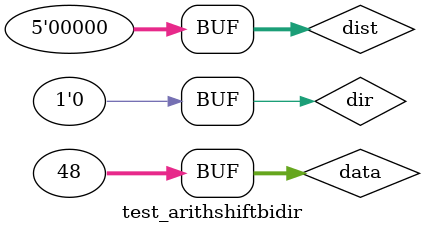
<source format=v>

/*
 * Simulate a specific subset of the Altera Shift register
 * (lpm_clshift).
 *
 * Not very ambitious, just the bare minimum.
 */

module arithshiftbidir(distance,
                       data,
                       direction,
                       result);

   parameter             lpm_type = "LPM_CLSHIFT";
   parameter             lpm_shifttype = "ARITHMETIC";
   parameter             lpm_width = 32;
   parameter             lpm_widthdist = 5;
   
   input  wire [lpm_widthdist-1:0] distance;
   input  wire [lpm_width-1    :0] data;
   input  wire                     direction;
   output wire [lpm_width-1    :0] result;

   assign result = direction ? data >>> distance : data << distance;
endmodule

module test_arithshiftbidir();
   reg  [31:0] data;
   reg  [ 4:0] dist;
   reg         dir;
   wire [31:0] resulta, resultl;
   
   arithshiftbidir a(dist, data, dir, resulta);
   defparam    a.lpm_shifttype = "ARITHMETIC";
   
   initial begin
      #0 data = 48; dir = 0; dist = 0;
      $monitor("dir %d dist %2d A %8x", dir, dist, resulta);
      repeat (2) begin
         repeat (32)
           #1 dist = dist + 1;
         dir = ~dir;
      end      
   end   
endmodule
</source>
